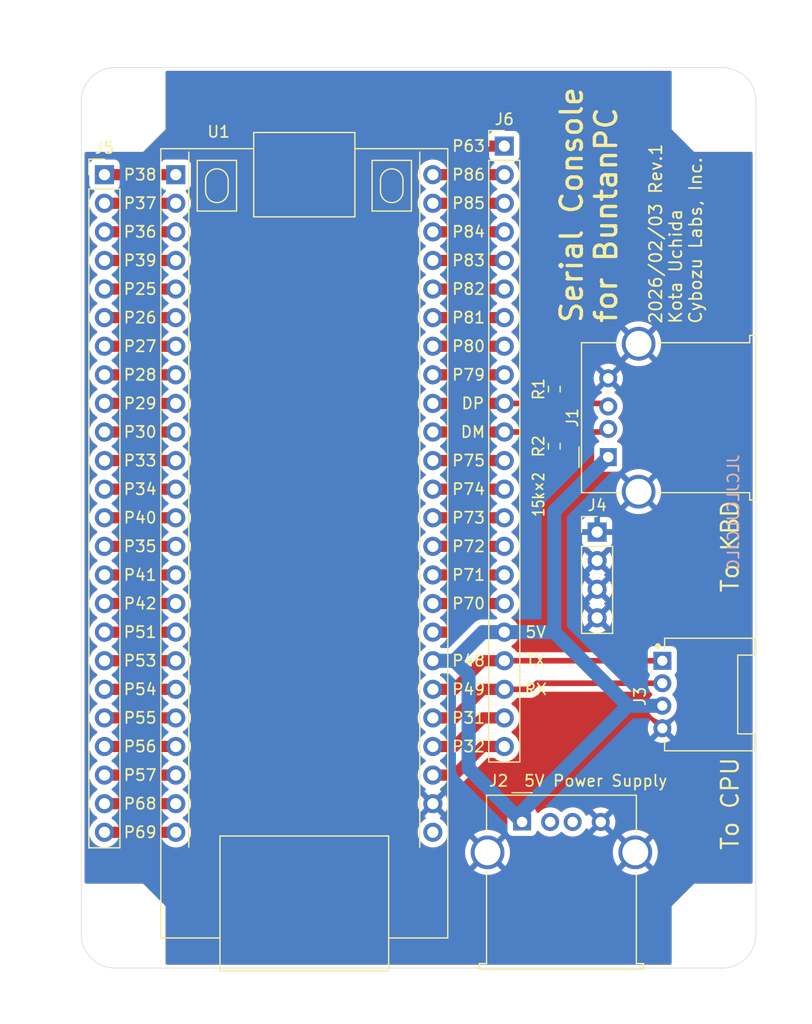
<source format=kicad_pcb>
(kicad_pcb (version 20241229) (generator "pcbnew") (generator_version "9.0")
  (layers (0 "F.Cu" signal) (2 "B.Cu" signal) (13 "F.Paste" user) (15 "B.Paste" user) (5 "F.SilkS" user "F.Silkscreen") (7 "B.SilkS" user "B.Silkscreen") (1 "F.Mask" user) (3 "B.Mask" user) (25 "Edge.Cuts" user))
  (net 0 "")
  (net 1 "GND")
  (net 2 "Net-(J1-D+)")
  (net 3 "Net-(J1-D-)")
  (net 4 "+5V")
  (net 7 "/uart3b_rx")
  (net 8 "/uart3b_tx")
  (net 9 "Net-(J5-Pin_3)")
  (net 10 "/scl")
  (net 11 "Net-(J5-Pin_17)")
  (net 12 "Net-(J5-Pin_8)")
  (net 13 "/uart2_tx")
  (net 14 "Net-(J5-Pin_10)")
  (net 15 "Net-(J5-Pin_23)")
  (net 16 "/uart2_rx")
  (net 17 "Net-(J5-Pin_20)")
  (net 18 "Net-(J5-Pin_9)")
  (net 19 "Net-(J5-Pin_12)")
  (net 20 "Net-(J5-Pin_22)")
  (net 21 "/uart_tx")
  (net 22 "Net-(J5-Pin_2)")
  (net 23 "Net-(J5-Pin_11)")
  (net 24 "Net-(J5-Pin_6)")
  (net 25 "Net-(J5-Pin_1)")
  (net 26 "Net-(J5-Pin_7)")
  (net 27 "Net-(J5-Pin_24)")
  (net 28 "Net-(J5-Pin_5)")
  (net 29 "Net-(J5-Pin_21)")
  (net 30 "/sda")
  (net 31 "/uart_rx")
  (net 32 "Net-(J5-Pin_4)")
  (net 33 "Net-(J6-Pin_8)")
  (net 34 "Net-(J6-Pin_16)")
  (net 35 "Net-(J6-Pin_13)")
  (net 36 "Net-(J6-Pin_9)")
  (net 37 "Net-(J6-Pin_4)")
  (net 38 "Net-(J6-Pin_15)")
  (net 39 "Net-(J6-Pin_1)")
  (net 40 "Net-(J6-Pin_5)")
  (net 41 "Net-(J6-Pin_6)")
  (net 42 "Net-(J6-Pin_21)")
  (net 43 "Net-(J6-Pin_3)")
  (net 44 "Net-(J6-Pin_2)")
  (net 45 "Net-(J6-Pin_12)")
  (net 46 "Net-(J6-Pin_14)")
  (net 47 "Net-(J6-Pin_7)")
  (net 48 "Net-(J6-Pin_17)")
  (net 49 "Net-(J6-Pin_22)")
  (footprint "Connector_PinHeader_2.54mm:PinHeader_1x04_P2.54mm_Vertical" (layer "F.Cu") (at 95.875 91.27)
    (property "Reference" "J4" (at 0 -2.38 0) (layer "F.SilkS"))
    (property "Value" "Conn_01x04")
    (fp_line (start -1.38 -1.38) (end 0 -1.38) (stroke (width 0.12)) (layer "F.SilkS"))
    (fp_line (start -1.38 0) (end -1.38 -1.38) (stroke (width 0.12)) (layer "F.SilkS"))
    (fp_line (start -1.38 1.27) (end -1.38 9) (stroke (width 0.12)) (layer "F.SilkS"))
    (fp_line (start -1.38 1.27) (end 1.38 1.27) (stroke (width 0.12)) (layer "F.SilkS"))
    (fp_line (start -1.38 9) (end 1.38 9) (stroke (width 0.12)) (layer "F.SilkS"))
    (fp_line (start 1.38 1.27) (end 1.38 9) (stroke (width 0.12)) (layer "F.SilkS"))
    (pad "1" thru_hole rect (at 0 0) (size 1.7 1.7) (drill 1) (layers "*.Cu" "*.Mask") (net 1 "GND"))
    (pad "2" thru_hole circle (at 0 2.54) (size 1.7 1.7) (drill 1) (layers "*.Cu" "*.Mask") (net 1 "GND"))
    (pad "3" thru_hole circle (at 0 5.08) (size 1.7 1.7) (drill 1) (layers "*.Cu" "*.Mask") (net 1 "GND"))
    (pad "4" thru_hole circle (at 0 7.62) (size 1.7 1.7) (drill 1) (layers "*.Cu" "*.Mask") (net 1 "GND"))
  )
  (footprint "uchan:USB_A_Neltron_5075AR-04" (layer "F.Cu") (at 89.2 117.025)
    (property "Reference" "J2" (at -2.088 -3.657 0) (layer "F.SilkS"))
    (property "Value" "5075AR-04-WH")
    (fp_line (start -3.81 12.58) (end -3.81 13.1) (stroke (width 0.12)) (layer "F.SilkS"))
    (fp_line (start -3.81 13.1) (end 10.81 13.1) (stroke (width 0.12)) (layer "F.SilkS"))
    (fp_line (start -3.16 -2.38) (end -3.16 0.95) (stroke (width 0.12)) (layer "F.SilkS"))
    (fp_line (start -3.16 -2.38) (end 10.16 -2.38) (stroke (width 0.12)) (layer "F.SilkS"))
    (fp_line (start -3.16 12.58) (end -3.81 12.58) (stroke (width 0.12)) (layer "F.SilkS"))
    (fp_line (start -3.16 12.58) (end -3.16 4.47) (stroke (width 0.12)) (layer "F.SilkS"))
    (fp_line (start -0.9 -2.6) (end 0.9 -2.6) (stroke (width 0.12)) (layer "F.SilkS"))
    (fp_line (start 10.16 -2.38) (end 10.16 0.95) (stroke (width 0.12)) (layer "F.SilkS"))
    (fp_line (start 10.16 4.47) (end 10.16 12.58) (stroke (width 0.12)) (layer "F.SilkS"))
    (fp_line (start 10.81 12.58) (end 10.16 12.58) (stroke (width 0.12)) (layer "F.SilkS"))
    (fp_line (start 10.81 13.1) (end 10.81 12.58) (stroke (width 0.12)) (layer "F.SilkS"))
    (pad "1" thru_hole rect (at 0 0) (size 1.6 1.5) (drill 0.93) (layers "*.Cu" "*.Mask") (net 4 "+5V"))
    (pad "2" thru_hole circle (at 2.5 0) (size 1.6 1.6) (drill 0.93) (layers "*.Cu" "*.Mask"))
    (pad "3" thru_hole circle (at 4.5 0) (size 1.6 1.6) (drill 0.93) (layers "*.Cu" "*.Mask"))
    (pad "4" thru_hole circle (at 7 0) (size 1.6 1.6) (drill 0.93) (layers "*.Cu" "*.Mask") (net 1 "GND"))
    (pad "5" thru_hole circle (at -3.07 2.7) (size 3 3) (drill 2.3) (layers "*.Cu" "*.Mask") (net 1 "GND"))
    (pad "5" thru_hole circle (at 10.07 2.7) (size 3 3) (drill 2.3) (layers "*.Cu" "*.Mask") (net 1 "GND"))
  )
  (footprint "MountingHole:MountingHole_3.2mm_M3" (layer "F.Cu") (at 106 126)
    (property "Reference" "H4" (hide yes))
    (property "Value" "MountingHole")
    (pad "" np_thru_hole circle (at 0 0) (size 3.2 3.2) (drill 3.2) (layers "*.Cu" "*.Mask"))
  )
  (footprint "uchan:DIP-48_Tang-Nano-9K" (layer "F.Cu") (at 58.405 59.52)
    (property "Reference" "U1" (at 3.81 -3.81 0) (layer "F.SilkS"))
    (property "Value" "Tang_nano_9K")
    (fp_line (start -1.33 -2.31) (end -1.33 67.81) (stroke (width 0.12)) (layer "F.SilkS"))
    (fp_line (start -1.33 67.81) (end 3.93 67.81) (stroke (width 0.12)) (layer "F.SilkS"))
    (fp_line (start 1.16 -2) (end 1.16 59.75) (stroke (width 0.12)) (layer "F.SilkS"))
    (fp_line (start 1.905 -1.27) (end 1.905 3.23) (stroke (width 0.12)) (layer "F.SilkS"))
    (fp_line (start 1.905 3.23) (end 5.405 3.23) (stroke (width 0.12)) (layer "F.SilkS"))
    (fp_line (start 2.655 1.48) (end 2.655 0.48) (stroke (width 0.12)) (layer "F.SilkS"))
    (fp_line (start 3.93 58.75) (end 18.93 58.75) (stroke (width 0.12)) (layer "F.SilkS"))
    (fp_line (start 3.93 70.75) (end 3.93 58.75) (stroke (width 0.12)) (layer "F.SilkS"))
    (fp_line (start 4.655 0.48) (end 4.655 1.48) (stroke (width 0.12)) (layer "F.SilkS"))
    (fp_line (start 5.405 -1.27) (end 1.905 -1.27) (stroke (width 0.12)) (layer "F.SilkS"))
    (fp_line (start 5.405 3.23) (end 5.405 -1.27) (stroke (width 0.12)) (layer "F.SilkS"))
    (fp_line (start 6.93 -3.75) (end 6.93 3.75) (stroke (width 0.12)) (layer "F.SilkS"))
    (fp_line (start 6.93 -2.31) (end -1.33 -2.31) (stroke (width 0.12)) (layer "F.SilkS"))
    (fp_line (start 6.93 3.75) (end 15.93 3.75) (stroke (width 0.12)) (layer "F.SilkS"))
    (fp_line (start 15.93 -3.75) (end 6.93 -3.75) (stroke (width 0.12)) (layer "F.SilkS"))
    (fp_line (start 15.93 3.75) (end 15.93 -3.75) (stroke (width 0.12)) (layer "F.SilkS"))
    (fp_line (start 17.455 -1.27) (end 17.455 3.23) (stroke (width 0.12)) (layer "F.SilkS"))
    (fp_line (start 17.455 3.23) (end 20.955 3.23) (stroke (width 0.12)) (layer "F.SilkS"))
    (fp_line (start 18.205 1.48) (end 18.205 0.48) (stroke (width 0.12)) (layer "F.SilkS"))
    (fp_line (start 18.93 58.75) (end 18.93 70.75) (stroke (width 0.12)) (layer "F.SilkS"))
    (fp_line (start 18.93 67.81) (end 24.19 67.81) (stroke (width 0.12)) (layer "F.SilkS"))
    (fp_line (start 18.93 70.75) (end 3.93 70.75) (stroke (width 0.12)) (layer "F.SilkS"))
    (fp_line (start 20.205 0.48) (end 20.205 1.48) (stroke (width 0.12)) (layer "F.SilkS"))
    (fp_line (start 20.955 -1.27) (end 17.455 -1.27) (stroke (width 0.12)) (layer "F.SilkS"))
    (fp_line (start 20.955 3.23) (end 20.955 -1.27) (stroke (width 0.12)) (layer "F.SilkS"))
    (fp_line (start 21.7 59.75) (end 21.7 -2) (stroke (width 0.12)) (layer "F.SilkS"))
    (fp_line (start 24.19 -2.31) (end 15.93 -2.31) (stroke (width 0.12)) (layer "F.SilkS"))
    (fp_line (start 24.19 67.81) (end 24.19 -2.31) (stroke (width 0.12)) (layer "F.SilkS"))
    (fp_arc (start 2.655 0.48) (mid 3.655 -0.52) (end 4.655 0.48) (stroke (width 0.12)) (layer "F.SilkS"))
    (fp_arc (start 4.655 1.48) (mid 3.655 2.48) (end 2.655 1.48) (stroke (width 0.12)) (layer "F.SilkS"))
    (fp_arc (start 18.205 0.48) (mid 19.205 -0.52) (end 20.205 0.48) (stroke (width 0.12)) (layer "F.SilkS"))
    (fp_arc (start 20.205 1.48) (mid 19.205 2.48) (end 18.205 1.48) (stroke (width 0.12)) (layer "F.SilkS"))
    (pad "1" thru_hole rect (at 0 0) (size 1.7 1.7) (drill 1) (layers "*.Cu" "*.Mask") (net 25 "Net-(J5-Pin_1)"))
    (pad "2" thru_hole circle (at 0 2.54) (size 1.7 1.7) (drill 1) (layers "*.Cu" "*.Mask") (net 22 "Net-(J5-Pin_2)"))
    (pad "3" thru_hole circle (at 0 5.08) (size 1.7 1.7) (drill 1) (layers "*.Cu" "*.Mask") (net 9 "Net-(J5-Pin_3)"))
    (pad "4" thru_hole circle (at 0 7.62) (size 1.7 1.7) (drill 1) (layers "*.Cu" "*.Mask") (net 32 "Net-(J5-Pin_4)"))
    (pad "5" thru_hole circle (at 0 10.16) (size 1.7 1.7) (drill 1) (layers "*.Cu" "*.Mask") (net 28 "Net-(J5-Pin_5)"))
    (pad "6" thru_hole circle (at 0 12.7) (size 1.7 1.7) (drill 1) (layers "*.Cu" "*.Mask") (net 24 "Net-(J5-Pin_6)"))
    (pad "7" thru_hole circle (at 0 15.24) (size 1.7 1.7) (drill 1) (layers "*.Cu" "*.Mask") (net 26 "Net-(J5-Pin_7)"))
    (pad "8" thru_hole circle (at 0 17.78) (size 1.7 1.7) (drill 1) (layers "*.Cu" "*.Mask") (net 12 "Net-(J5-Pin_8)"))
    (pad "9" thru_hole circle (at 0 20.32) (size 1.7 1.7) (drill 1) (layers "*.Cu" "*.Mask") (net 18 "Net-(J5-Pin_9)"))
    (pad "10" thru_hole circle (at 0 22.86) (size 1.7 1.7) (drill 1) (layers "*.Cu" "*.Mask") (net 14 "Net-(J5-Pin_10)"))
    (pad "11" thru_hole circle (at 0 25.4) (size 1.7 1.7) (drill 1) (layers "*.Cu" "*.Mask") (net 23 "Net-(J5-Pin_11)"))
    (pad "12" thru_hole circle (at 0 27.94) (size 1.7 1.7) (drill 1) (layers "*.Cu" "*.Mask") (net 19 "Net-(J5-Pin_12)"))
    (pad "13" thru_hole circle (at 0 30.48) (size 1.7 1.7) (drill 1) (layers "*.Cu" "*.Mask") (net 10 "/scl"))
    (pad "14" thru_hole circle (at 0 33.02) (size 1.7 1.7) (drill 1) (layers "*.Cu" "*.Mask") (net 30 "/sda"))
    (pad "15" thru_hole circle (at 0 35.56) (size 1.7 1.7) (drill 1) (layers "*.Cu" "*.Mask") (net 13 "/uart2_tx"))
    (pad "16" thru_hole circle (at 0 38.1) (size 1.7 1.7) (drill 1) (layers "*.Cu" "*.Mask") (net 16 "/uart2_rx"))
    (pad "17" thru_hole circle (at 0 40.64) (size 1.7 1.7) (drill 1) (layers "*.Cu" "*.Mask") (net 11 "Net-(J5-Pin_17)"))
    (pad "18" thru_hole circle (at 0 43.18) (size 1.7 1.7) (drill 1) (layers "*.Cu" "*.Mask") (net 21 "/uart_tx"))
    (pad "19" thru_hole circle (at 0 45.72) (size 1.7 1.7) (drill 1) (layers "*.Cu" "*.Mask") (net 31 "/uart_rx"))
    (pad "20" thru_hole circle (at 0 48.26) (size 1.7 1.7) (drill 1) (layers "*.Cu" "*.Mask") (net 17 "Net-(J5-Pin_20)"))
    (pad "21" thru_hole circle (at 0 50.8) (size 1.7 1.7) (drill 1) (layers "*.Cu" "*.Mask") (net 29 "Net-(J5-Pin_21)"))
    (pad "22" thru_hole circle (at 0 53.34) (size 1.7 1.7) (drill 1) (layers "*.Cu" "*.Mask") (net 20 "Net-(J5-Pin_22)"))
    (pad "23" thru_hole circle (at 0 55.88) (size 1.7 1.7) (drill 1) (layers "*.Cu" "*.Mask") (net 15 "Net-(J5-Pin_23)"))
    (pad "24" thru_hole circle (at 0 58.42) (size 1.7 1.7) (drill 1) (layers "*.Cu" "*.Mask") (net 27 "Net-(J5-Pin_24)"))
    (pad "25" thru_hole circle (at 22.86 58.42) (size 1.7 1.7) (drill 1) (layers "*.Cu" "*.Mask"))
    (pad "26" thru_hole circle (at 22.86 55.88) (size 1.7 1.7) (drill 1) (layers "*.Cu" "*.Mask") (net 1 "GND"))
    (pad "27" thru_hole circle (at 22.86 53.34) (size 1.7 1.7) (drill 1) (layers "*.Cu" "*.Mask") (net 49 "Net-(J6-Pin_22)"))
    (pad "28" thru_hole circle (at 22.86 50.8) (size 1.7 1.7) (drill 1) (layers "*.Cu" "*.Mask") (net 42 "Net-(J6-Pin_21)"))
    (pad "29" thru_hole circle (at 22.86 48.26) (size 1.7 1.7) (drill 1) (layers "*.Cu" "*.Mask") (net 7 "/uart3b_rx"))
    (pad "30" thru_hole circle (at 22.86 45.72) (size 1.7 1.7) (drill 1) (layers "*.Cu" "*.Mask") (net 8 "/uart3b_tx"))
    (pad "31" thru_hole circle (at 22.86 43.18) (size 1.7 1.7) (drill 1) (layers "*.Cu" "*.Mask") (net 4 "+5V"))
    (pad "32" thru_hole circle (at 22.86 40.64) (size 1.7 1.7) (drill 1) (layers "*.Cu" "*.Mask") (net 48 "Net-(J6-Pin_17)"))
    (pad "33" thru_hole circle (at 22.86 38.1) (size 1.7 1.7) (drill 1) (layers "*.Cu" "*.Mask") (net 34 "Net-(J6-Pin_16)"))
    (pad "34" thru_hole circle (at 22.86 35.56) (size 1.7 1.7) (drill 1) (layers "*.Cu" "*.Mask") (net 38 "Net-(J6-Pin_15)"))
    (pad "35" thru_hole circle (at 22.86 33.02) (size 1.7 1.7) (drill 1) (layers "*.Cu" "*.Mask") (net 46 "Net-(J6-Pin_14)"))
    (pad "36" thru_hole circle (at 22.86 30.48) (size 1.7 1.7) (drill 1) (layers "*.Cu" "*.Mask") (net 35 "Net-(J6-Pin_13)"))
    (pad "37" thru_hole circle (at 22.86 27.94) (size 1.7 1.7) (drill 1) (layers "*.Cu" "*.Mask") (net 45 "Net-(J6-Pin_12)"))
    (pad "38" thru_hole circle (at 22.86 25.4) (size 1.7 1.7) (drill 1) (layers "*.Cu" "*.Mask") (net 3 "Net-(J1-D-)"))
    (pad "39" thru_hole circle (at 22.86 22.86) (size 1.7 1.7) (drill 1) (layers "*.Cu" "*.Mask") (net 2 "Net-(J1-D+)"))
    (pad "40" thru_hole circle (at 22.86 20.32) (size 1.7 1.7) (drill 1) (layers "*.Cu" "*.Mask") (net 36 "Net-(J6-Pin_9)"))
    (pad "41" thru_hole circle (at 22.86 17.78) (size 1.7 1.7) (drill 1) (layers "*.Cu" "*.Mask") (net 33 "Net-(J6-Pin_8)"))
    (pad "42" thru_hole circle (at 22.86 15.24) (size 1.7 1.7) (drill 1) (layers "*.Cu" "*.Mask") (net 47 "Net-(J6-Pin_7)"))
    (pad "43" thru_hole circle (at 22.86 12.7) (size 1.7 1.7) (drill 1) (layers "*.Cu" "*.Mask") (net 41 "Net-(J6-Pin_6)"))
    (pad "44" thru_hole circle (at 22.86 10.16) (size 1.7 1.7) (drill 1) (layers "*.Cu" "*.Mask") (net 40 "Net-(J6-Pin_5)"))
    (pad "45" thru_hole circle (at 22.86 7.62) (size 1.7 1.7) (drill 1) (layers "*.Cu" "*.Mask") (net 37 "Net-(J6-Pin_4)"))
    (pad "46" thru_hole circle (at 22.86 5.08) (size 1.7 1.7) (drill 1) (layers "*.Cu" "*.Mask") (net 43 "Net-(J6-Pin_3)"))
    (pad "47" thru_hole circle (at 22.86 2.54) (size 1.7 1.7) (drill 1) (layers "*.Cu" "*.Mask") (net 44 "Net-(J6-Pin_2)"))
    (pad "48" thru_hole circle (at 22.86 0) (size 1.7 1.7) (drill 1) (layers "*.Cu" "*.Mask") (net 39 "Net-(J6-Pin_1)"))
  )
  (footprint "MountingHole:MountingHole_3.2mm_M3" (layer "F.Cu") (at 106 54)
    (property "Reference" "H3" (hide yes))
    (property "Value" "MountingHole")
    (pad "" np_thru_hole circle (at 0 0) (size 3.2 3.2) (drill 3.2) (layers "*.Cu" "*.Mask"))
  )
  (footprint "Connector_PinHeader_2.54mm:PinHeader_1x22_P2.54mm_Vertical" (layer "F.Cu") (at 87.62 56.98)
    (property "Reference" "J6" (at 0 -2.38 0) (layer "F.SilkS"))
    (property "Value" "Conn_01x22")
    (fp_line (start -1.38 -1.38) (end 0 -1.38) (stroke (width 0.12)) (layer "F.SilkS"))
    (fp_line (start -1.38 0) (end -1.38 -1.38) (stroke (width 0.12)) (layer "F.SilkS"))
    (fp_line (start -1.38 1.27) (end -1.38 54.72) (stroke (width 0.12)) (layer "F.SilkS"))
    (fp_line (start -1.38 1.27) (end 1.38 1.27) (stroke (width 0.12)) (layer "F.SilkS"))
    (fp_line (start -1.38 54.72) (end 1.38 54.72) (stroke (width 0.12)) (layer "F.SilkS"))
    (fp_line (start 1.38 1.27) (end 1.38 54.72) (stroke (width 0.12)) (layer "F.SilkS"))
    (pad "1" thru_hole rect (at 0 0) (size 1.7 1.7) (drill 1) (layers "*.Cu" "*.Mask") (net 39 "Net-(J6-Pin_1)"))
    (pad "2" thru_hole circle (at 0 2.54) (size 1.7 1.7) (drill 1) (layers "*.Cu" "*.Mask") (net 44 "Net-(J6-Pin_2)"))
    (pad "3" thru_hole circle (at 0 5.08) (size 1.7 1.7) (drill 1) (layers "*.Cu" "*.Mask") (net 43 "Net-(J6-Pin_3)"))
    (pad "4" thru_hole circle (at 0 7.62) (size 1.7 1.7) (drill 1) (layers "*.Cu" "*.Mask") (net 37 "Net-(J6-Pin_4)"))
    (pad "5" thru_hole circle (at 0 10.16) (size 1.7 1.7) (drill 1) (layers "*.Cu" "*.Mask") (net 40 "Net-(J6-Pin_5)"))
    (pad "6" thru_hole circle (at 0 12.7) (size 1.7 1.7) (drill 1) (layers "*.Cu" "*.Mask") (net 41 "Net-(J6-Pin_6)"))
    (pad "7" thru_hole circle (at 0 15.24) (size 1.7 1.7) (drill 1) (layers "*.Cu" "*.Mask") (net 47 "Net-(J6-Pin_7)"))
    (pad "8" thru_hole circle (at 0 17.78) (size 1.7 1.7) (drill 1) (layers "*.Cu" "*.Mask") (net 33 "Net-(J6-Pin_8)"))
    (pad "9" thru_hole circle (at 0 20.32) (size 1.7 1.7) (drill 1) (layers "*.Cu" "*.Mask") (net 36 "Net-(J6-Pin_9)"))
    (pad "10" thru_hole circle (at 0 22.86) (size 1.7 1.7) (drill 1) (layers "*.Cu" "*.Mask") (net 2 "Net-(J1-D+)"))
    (pad "11" thru_hole circle (at 0 25.4) (size 1.7 1.7) (drill 1) (layers "*.Cu" "*.Mask") (net 3 "Net-(J1-D-)"))
    (pad "12" thru_hole circle (at 0 27.94) (size 1.7 1.7) (drill 1) (layers "*.Cu" "*.Mask") (net 45 "Net-(J6-Pin_12)"))
    (pad "13" thru_hole circle (at 0 30.48) (size 1.7 1.7) (drill 1) (layers "*.Cu" "*.Mask") (net 35 "Net-(J6-Pin_13)"))
    (pad "14" thru_hole circle (at 0 33.02) (size 1.7 1.7) (drill 1) (layers "*.Cu" "*.Mask") (net 46 "Net-(J6-Pin_14)"))
    (pad "15" thru_hole circle (at 0 35.56) (size 1.7 1.7) (drill 1) (layers "*.Cu" "*.Mask") (net 38 "Net-(J6-Pin_15)"))
    (pad "16" thru_hole circle (at 0 38.1) (size 1.7 1.7) (drill 1) (layers "*.Cu" "*.Mask") (net 34 "Net-(J6-Pin_16)"))
    (pad "17" thru_hole circle (at 0 40.64) (size 1.7 1.7) (drill 1) (layers "*.Cu" "*.Mask") (net 48 "Net-(J6-Pin_17)"))
    (pad "18" thru_hole circle (at 0 43.18) (size 1.7 1.7) (drill 1) (layers "*.Cu" "*.Mask") (net 4 "+5V"))
    (pad "19" thru_hole circle (at 0 45.72) (size 1.7 1.7) (drill 1) (layers "*.Cu" "*.Mask") (net 8 "/uart3b_tx"))
    (pad "20" thru_hole circle (at 0 48.26) (size 1.7 1.7) (drill 1) (layers "*.Cu" "*.Mask") (net 7 "/uart3b_rx"))
    (pad "21" thru_hole circle (at 0 50.8) (size 1.7 1.7) (drill 1) (layers "*.Cu" "*.Mask") (net 42 "Net-(J6-Pin_21)"))
    (pad "22" thru_hole circle (at 0 53.34) (size 1.7 1.7) (drill 1) (layers "*.Cu" "*.Mask") (net 49 "Net-(J6-Pin_22)"))
  )
  (footprint "Resistor_SMD:R_0603_1608Metric_Pad0.98x0.95mm_HandSolder" (layer "F.Cu") (at 92.065 83.65 -90)
    (property "Reference" "R2" (at 0 1.397 90) (layer "F.SilkS"))
    (property "Value" "15k")
    (fp_line (start -0.254724 0.5225) (end 0.254724 0.5225) (stroke (width 0.12)) (layer "F.SilkS"))
    (fp_line (start -0.254724 -0.5225) (end 0.254724 -0.5225) (stroke (width 0.12)) (layer "F.SilkS"))
    (pad "1" smd roundrect (at -0.9125 0 270) (size 0.975 0.95) (layers "F.Cu" "F.Mask" "F.Paste") (net 3 "Net-(J1-D-)"))
    (pad "2" smd roundrect (at 0.9125 0 270) (size 0.975 0.95) (layers "F.Cu" "F.Mask" "F.Paste") (net 1 "GND"))
  )
  (footprint "uchan:USB_A_Neltron_5075AR-04" (layer "F.Cu") (at 96.865 84.61 90)
    (property "Reference" "J1" (at 3.5 -3.19 90) (layer "F.SilkS"))
    (property "Value" "5075AR-04-WH")
    (fp_line (start -0.9 -2.6) (end 0.9 -2.6) (stroke (width 0.12)) (layer "F.SilkS"))
    (fp_line (start 10.16 -2.38) (end 10.16 0.95) (stroke (width 0.12)) (layer "F.SilkS"))
    (fp_line (start -3.16 -2.38) (end 10.16 -2.38) (stroke (width 0.12)) (layer "F.SilkS"))
    (fp_line (start -3.16 -2.38) (end -3.16 0.95) (stroke (width 0.12)) (layer "F.SilkS"))
    (fp_line (start 10.16 4.47) (end 10.16 12.58) (stroke (width 0.12)) (layer "F.SilkS"))
    (fp_line (start 10.81 12.58) (end 10.16 12.58) (stroke (width 0.12)) (layer "F.SilkS"))
    (fp_line (start -3.16 12.58) (end -3.16 4.47) (stroke (width 0.12)) (layer "F.SilkS"))
    (fp_line (start -3.16 12.58) (end -3.81 12.58) (stroke (width 0.12)) (layer "F.SilkS"))
    (fp_line (start -3.81 12.58) (end -3.81 13.1) (stroke (width 0.12)) (layer "F.SilkS"))
    (fp_line (start 10.81 13.1) (end 10.81 12.58) (stroke (width 0.12)) (layer "F.SilkS"))
    (fp_line (start -3.81 13.1) (end 10.81 13.1) (stroke (width 0.12)) (layer "F.SilkS"))
    (pad "1" thru_hole rect (at 0 0 90) (size 1.6 1.5) (drill 0.93) (layers "*.Cu" "*.Mask") (net 4 "+5V"))
    (pad "2" thru_hole circle (at 2.5 0 90) (size 1.6 1.6) (drill 0.93) (layers "*.Cu" "*.Mask") (net 3 "Net-(J1-D-)"))
    (pad "3" thru_hole circle (at 4.5 0 90) (size 1.6 1.6) (drill 0.93) (layers "*.Cu" "*.Mask") (net 2 "Net-(J1-D+)"))
    (pad "4" thru_hole circle (at 7 0 90) (size 1.6 1.6) (drill 0.93) (layers "*.Cu" "*.Mask") (net 1 "GND"))
    (pad "5" thru_hole circle (at -3.07 2.7 90) (size 3 3) (drill 2.3) (layers "*.Cu" "*.Mask") (net 1 "GND"))
    (pad "5" thru_hole circle (at 10.07 2.7 90) (size 3 3) (drill 2.3) (layers "*.Cu" "*.Mask") (net 1 "GND"))
  )
  (footprint "uchan:Grove_1x04_P2mm_THT_Horizontal" (layer "F.Cu") (at 101.6775 102.7 -90)
    (property "Reference" "J3" (at 3.175 1.9925 90) (layer "F.SilkS"))
    (property "Value" "Conn_Grove_Dev")
    (fp_line (start -1.1 -0.2) (end -2 -0.2) (stroke (width 0.12)) (layer "F.SilkS"))
    (fp_line (start 8 -0.2) (end 7.1 -0.2) (stroke (width 0.12)) (layer "F.SilkS"))
    (fp_line (start 8 -0.2) (end 8 -8.2) (stroke (width 0.12)) (layer "F.SilkS"))
    (fp_line (start -0.5 -6.7) (end -0.5 -8.2) (stroke (width 0.12)) (layer "F.SilkS"))
    (fp_line (start 6.5 -6.7) (end -0.5 -6.7) (stroke (width 0.12)) (layer "F.SilkS"))
    (fp_line (start -2 -8.2) (end -2 -0.2) (stroke (width 0.12)) (layer "F.SilkS"))
    (fp_line (start -0.5 -8.2) (end -2 -8.2) (stroke (width 0.12)) (layer "F.SilkS"))
    (fp_line (start 6.5 -8.2) (end 6.5 -6.7) (stroke (width 0.12)) (layer "F.SilkS"))
    (fp_line (start 8 -8.2) (end 6.5 -8.2) (stroke (width 0.12)) (layer "F.SilkS"))
    (fp_circle (center -1.3 0.4) (end -1.3 0.6) (stroke (width 0.12)) (fill yes) (layer "F.SilkS"))
    (pad "1" thru_hole rect (at 0 0 180) (size 1.6 1.6) (drill 0.9) (layers "*.Cu" "*.Mask") (net 8 "/uart3b_tx"))
    (pad "2" thru_hole circle (at 2 0 180) (size 1.6 1.6) (drill 0.9) (layers "*.Cu" "*.Mask") (net 7 "/uart3b_rx"))
    (pad "3" thru_hole circle (at 4 0 180) (size 1.6 1.6) (drill 0.9) (layers "*.Cu" "*.Mask") (net 4 "+5V"))
    (pad "4" thru_hole circle (at 6 0 180) (size 1.6 1.6) (drill 0.9) (layers "*.Cu" "*.Mask") (net 1 "GND"))
  )
  (footprint "MountingHole:MountingHole_3.2mm_M3" (layer "F.Cu") (at 54 126)
    (property "Reference" "H2" (hide yes))
    (property "Value" "MountingHole")
    (pad "" np_thru_hole circle (at 0 0) (size 3.2 3.2) (drill 3.2) (layers "*.Cu" "*.Mask"))
  )
  (footprint "Resistor_SMD:R_0603_1608Metric_Pad0.98x0.95mm_HandSolder" (layer "F.Cu") (at 92.065 78.57 90)
    (property "Reference" "R1" (at 0 -1.397 90) (layer "F.SilkS"))
    (property "Value" "15k")
    (fp_line (start -0.254724 -0.5225) (end 0.254724 -0.5225) (stroke (width 0.12)) (layer "F.SilkS"))
    (fp_line (start -0.254724 0.5225) (end 0.254724 0.5225) (stroke (width 0.12)) (layer "F.SilkS"))
    (pad "1" smd roundrect (at -0.9125 0 90) (size 0.975 0.95) (layers "F.Cu" "F.Mask" "F.Paste") (net 2 "Net-(J1-D+)"))
    (pad "2" smd roundrect (at 0.9125 0 90) (size 0.975 0.95) (layers "F.Cu" "F.Mask" "F.Paste") (net 1 "GND"))
  )
  (footprint "Connector_PinHeader_2.54mm:PinHeader_1x24_P2.54mm_Vertical" (layer "F.Cu") (at 52.06 59.52)
    (property "Reference" "J5" (at 0 -2.38 0) (layer "F.SilkS"))
    (property "Value" "Conn_01x24")
    (fp_line (start -1.38 -1.38) (end 0 -1.38) (stroke (width 0.12)) (layer "F.SilkS"))
    (fp_line (start -1.38 0) (end -1.38 -1.38) (stroke (width 0.12)) (layer "F.SilkS"))
    (fp_line (start -1.38 1.27) (end -1.38 59.8) (stroke (width 0.12)) (layer "F.SilkS"))
    (fp_line (start -1.38 1.27) (end 1.38 1.27) (stroke (width 0.12)) (layer "F.SilkS"))
    (fp_line (start -1.38 59.8) (end 1.38 59.8) (stroke (width 0.12)) (layer "F.SilkS"))
    (fp_line (start 1.38 1.27) (end 1.38 59.8) (stroke (width 0.12)) (layer "F.SilkS"))
    (pad "1" thru_hole rect (at 0 0) (size 1.7 1.7) (drill 1) (layers "*.Cu" "*.Mask") (net 25 "Net-(J5-Pin_1)"))
    (pad "2" thru_hole circle (at 0 2.54) (size 1.7 1.7) (drill 1) (layers "*.Cu" "*.Mask") (net 22 "Net-(J5-Pin_2)"))
    (pad "3" thru_hole circle (at 0 5.08) (size 1.7 1.7) (drill 1) (layers "*.Cu" "*.Mask") (net 9 "Net-(J5-Pin_3)"))
    (pad "4" thru_hole circle (at 0 7.62) (size 1.7 1.7) (drill 1) (layers "*.Cu" "*.Mask") (net 32 "Net-(J5-Pin_4)"))
    (pad "5" thru_hole circle (at 0 10.16) (size 1.7 1.7) (drill 1) (layers "*.Cu" "*.Mask") (net 28 "Net-(J5-Pin_5)"))
    (pad "6" thru_hole circle (at 0 12.7) (size 1.7 1.7) (drill 1) (layers "*.Cu" "*.Mask") (net 24 "Net-(J5-Pin_6)"))
    (pad "7" thru_hole circle (at 0 15.24) (size 1.7 1.7) (drill 1) (layers "*.Cu" "*.Mask") (net 26 "Net-(J5-Pin_7)"))
    (pad "8" thru_hole circle (at 0 17.78) (size 1.7 1.7) (drill 1) (layers "*.Cu" "*.Mask") (net 12 "Net-(J5-Pin_8)"))
    (pad "9" thru_hole circle (at 0 20.32) (size 1.7 1.7) (drill 1) (layers "*.Cu" "*.Mask") (net 18 "Net-(J5-Pin_9)"))
    (pad "10" thru_hole circle (at 0 22.86) (size 1.7 1.7) (drill 1) (layers "*.Cu" "*.Mask") (net 14 "Net-(J5-Pin_10)"))
    (pad "11" thru_hole circle (at 0 25.4) (size 1.7 1.7) (drill 1) (layers "*.Cu" "*.Mask") (net 23 "Net-(J5-Pin_11)"))
    (pad "12" thru_hole circle (at 0 27.94) (size 1.7 1.7) (drill 1) (layers "*.Cu" "*.Mask") (net 19 "Net-(J5-Pin_12)"))
    (pad "13" thru_hole circle (at 0 30.48) (size 1.7 1.7) (drill 1) (layers "*.Cu" "*.Mask") (net 10 "/scl"))
    (pad "14" thru_hole circle (at 0 33.02) (size 1.7 1.7) (drill 1) (layers "*.Cu" "*.Mask") (net 30 "/sda"))
    (pad "15" thru_hole circle (at 0 35.56) (size 1.7 1.7) (drill 1) (layers "*.Cu" "*.Mask") (net 13 "/uart2_tx"))
    (pad "16" thru_hole circle (at 0 38.1) (size 1.7 1.7) (drill 1) (layers "*.Cu" "*.Mask") (net 16 "/uart2_rx"))
    (pad "17" thru_hole circle (at 0 40.64) (size 1.7 1.7) (drill 1) (layers "*.Cu" "*.Mask") (net 11 "Net-(J5-Pin_17)"))
    (pad "18" thru_hole circle (at 0 43.18) (size 1.7 1.7) (drill 1) (layers "*.Cu" "*.Mask") (net 21 "/uart_tx"))
    (pad "19" thru_hole circle (at 0 45.72) (size 1.7 1.7) (drill 1) (layers "*.Cu" "*.Mask") (net 31 "/uart_rx"))
    (pad "20" thru_hole circle (at 0 48.26) (size 1.7 1.7) (drill 1) (layers "*.Cu" "*.Mask") (net 17 "Net-(J5-Pin_20)"))
    (pad "21" thru_hole circle (at 0 50.8) (size 1.7 1.7) (drill 1) (layers "*.Cu" "*.Mask") (net 29 "Net-(J5-Pin_21)"))
    (pad "22" thru_hole circle (at 0 53.34) (size 1.7 1.7) (drill 1) (layers "*.Cu" "*.Mask") (net 20 "Net-(J5-Pin_22)"))
    (pad "23" thru_hole circle (at 0 55.88) (size 1.7 1.7) (drill 1) (layers "*.Cu" "*.Mask") (net 15 "Net-(J5-Pin_23)"))
    (pad "24" thru_hole circle (at 0 58.42) (size 1.7 1.7) (drill 1) (layers "*.Cu" "*.Mask") (net 27 "Net-(J5-Pin_24)"))
  )
  (footprint "MountingHole:MountingHole_3.2mm_M3" (layer "F.Cu") (at 54 54)
    (property "Reference" "H1" (hide yes))
    (property "Value" "MountingHole")
    (pad "" np_thru_hole circle (at 0 0) (size 3.2 3.2) (drill 3.2) (layers "*.Cu" "*.Mask"))
  )
  (gr_arc (start 107 50) (mid 109.12132 50.87868) (end 110 53) (stroke (width 0.05)) (layer "Edge.Cuts"))
  (gr_line (start 107 130) (end 53 130) (stroke (width 0.05)) (layer "Edge.Cuts"))
  (gr_line (start 50 127) (end 50 53) (stroke (width 0.05)) (layer "Edge.Cuts"))
  (gr_line (start 53 50) (end 107 50) (stroke (width 0.05)) (layer "Edge.Cuts"))
  (gr_line (start 110 53) (end 110 127) (stroke (width 0.05)) (layer "Edge.Cuts"))
  (gr_arc (start 50 53) (mid 50.87868 50.87868) (end 53 50) (stroke (width 0.05)) (layer "Edge.Cuts"))
  (gr_arc (start 110 127) (mid 109.12132 129.12132) (end 107 130) (stroke (width 0.05)) (layer "Edge.Cuts"))
  (gr_arc (start 53 130) (mid 50.87868 129.12132) (end 50 127) (stroke (width 0.05)) (layer "Edge.Cuts"))
  (gr_text "P75" (at 84.445 84.92 0) (layer "F.SilkS") (effects (font (size 1 1))))
  (gr_text "DP" (at 84.826 79.84 0) (layer "F.SilkS") (effects (font (size 1 1))))
  (gr_text "P38" (at 55.235 59.52 0) (layer "F.SilkS") (effects (font (size 1 1))))
  (gr_text "P53" (at 55.235 102.7 0) (layer "F.SilkS") (effects (font (size 1 1))))
  (gr_text "P31" (at 84.445 107.78 0) (layer "F.SilkS") (effects (font (size 1 1))))
  (gr_text "P39" (at 55.235 67.14 0) (layer "F.SilkS") (effects (font (size 1 1))))
  (gr_text "P40" (at 55.235 90 0) (layer "F.SilkS") (effects (font (size 1 1))))
  (gr_text "5V Power Supply" (at 95.748 113.368 0) (layer "F.SilkS") (effects (font (size 1 1))))
  (gr_text "P35" (at 55.235 92.54 0) (layer "F.SilkS") (effects (font (size 1 1))))
  (gr_text "P68" (at 55.235 115.4 0) (layer "F.SilkS") (effects (font (size 1 1))))
  (gr_text "P34" (at 55.235 87.46 0) (layer "F.SilkS") (effects (font (size 1 1))))
  (gr_text "TX" (at 90.414 102.7 0) (layer "F.SilkS") (effects (font (size 1 1))))
  (gr_text "P74" (at 84.445 87.46 0) (layer "F.SilkS") (effects (font (size 1 1))))
  (gr_text "P28" (at 55.235 77.3 0) (layer "F.SilkS") (effects (font (size 1 1))))
  (gr_text "P73" (at 84.445 90 0) (layer "F.SilkS") (effects (font (size 1 1))))
  (gr_text "P82" (at 84.445 69.68 0) (layer "F.SilkS") (effects (font (size 1 1))))
  (gr_text "DM" (at 84.826 82.38 0) (layer "F.SilkS") (effects (font (size 1 1))))
  (gr_text "P57" (at 55.235 112.86 0) (layer "F.SilkS") (effects (font (size 1 1))))
  (gr_text "RX" (at 90.414 105.24 0) (layer "F.SilkS") (effects (font (size 1 1))))
  (gr_text "P69" (at 55.235 117.94 0) (layer "F.SilkS") (effects (font (size 1 1))))
  (gr_text "P84" (at 84.445 64.6 0) (layer "F.SilkS") (effects (font (size 1 1))))
  (gr_text "P33" (at 55.235 84.92 0) (layer "F.SilkS") (effects (font (size 1 1))))
  (gr_text "P36" (at 55.235 64.6 0) (layer "F.SilkS") (effects (font (size 1 1))))
  (gr_text "P27" (at 55.235 74.76 0) (layer "F.SilkS") (effects (font (size 1 1))))
  (gr_text "P29" (at 55.235 79.84 0) (layer "F.SilkS") (effects (font (size 1 1))))
  (gr_text "5V" (at 90.414 100.16 0) (layer "F.SilkS") (effects (font (size 1 1))))
  (gr_text "P51" (at 55.235 100.16 0) (layer "F.SilkS") (effects (font (size 1 1))))
  (gr_text "P55" (at 55.235 107.78 0) (layer "F.SilkS") (effects (font (size 1 1))))
  (gr_text "P49" (at 84.445 105.24 0) (layer "F.SilkS") (effects (font (size 1 1))))
  (gr_text "P41" (at 55.235 95.08 0) (layer "F.SilkS") (effects (font (size 1 1))))
  (gr_text "P79" (at 84.445 77.3 0) (layer "F.SilkS") (effects (font (size 1 1))))
  (gr_text "To KBD" (at 108.575 92.54 90) (layer "F.SilkS") (effects (font (size 1.5 1.5) (thickness 0.2)) (justify bottom)))
  (gr_text "P63" (at 84.445 56.98 0) (layer "F.SilkS") (effects (font (size 1 1))))
  (gr_text "P70" (at 84.445 97.62 0) (layer "F.SilkS") (effects (font (size 1 1))))
  (gr_text "P81" (at 84.445 72.22 0) (layer "F.SilkS") (effects (font (size 1 1))))
  (gr_text "P42" (at 55.235 97.62 0) (layer "F.SilkS") (effects (font (size 1 1))))
  (gr_text "P48" (at 84.445 102.7 0) (layer "F.SilkS") (effects (font (size 1 1))))
  (gr_text "P54" (at 55.235 105.24 0) (layer "F.SilkS") (effects (font (size 1 1))))
  (gr_text "Serial Console\nfor BuntanPC" (at 97.78 72.855 90) (layer "F.SilkS") (effects (font (size 1.9 1.9) (thickness 0.3)) (justify left bottom)))
  (gr_text "P26" (at 55.235 72.22 0) (layer "F.SilkS") (effects (font (size 1 1))))
  (gr_text "P72" (at 84.445 92.54 0) (layer "F.SilkS") (effects (font (size 1 1))))
  (gr_text "P25" (at 55.235 69.68 0) (layer "F.SilkS") (effects (font (size 1 1))))
  (gr_text "P56" (at 55.235 110.32 0) (layer "F.SilkS") (effects (font (size 1 1))))
  (gr_text "P37" (at 55.235 62.06 0) (layer "F.SilkS") (effects (font (size 1 1))))
  (gr_text "P83" (at 84.445 67.14 0) (layer "F.SilkS") (effects (font (size 1 1))))
  (gr_text "P32" (at 84.445 110.32 0) (layer "F.SilkS") (effects (font (size 1 1))))
  (gr_text "P80" (at 84.445 74.76 0) (layer "F.SilkS") (effects (font (size 1 1))))
  (gr_text "P85" (at 84.445 62.06 0) (layer "F.SilkS") (effects (font (size 1 1))))
  (gr_text "P30" (at 55.235 82.38 0) (layer "F.SilkS") (effects (font (size 1 1))))
  (gr_text "P86" (at 84.445 59.52 0) (layer "F.SilkS") (effects (font (size 1 1))))
  (gr_text "2026/02/03 Rev.1\nKota Uchida\nCybozu Labs, Inc." (at 102.86 72.855 90) (layer "F.SilkS") (effects (font (size 1.1 1.1) (thickness 0.16)) (justify left)))
  (gr_text "P71" (at 84.445 95.08 0) (layer "F.SilkS") (effects (font (size 1 1))))
  (gr_text "15k×2" (at 90.668 90 90) (layer "F.SilkS") (effects (font (size 1 0.8)) (justify left)))
  (gr_text "To CPU" (at 108.575 115.4 90) (layer "F.SilkS") (effects (font (size 1.5 1.5) (thickness 0.2)) (justify bottom)))
  (gr_text "JLCJLCJLCJLC" (at 108.575 84.285 90) (layer "B.SilkS") (effects (font (size 1 1)) (justify left bottom mirror)))
  (segment (start 81.265 82.38) (end 83.175 82.38) (width 1) (layer "F.Cu") (net 2))
  (segment (start 96.595 79.84) (end 96.865 80.11) (width 0.5) (layer "F.Cu") (net 2))
  (segment (start 85.715 79.84) (end 87.62 79.84) (width 1) (layer "F.Cu") (net 2))
  (segment (start 83.175 82.38) (end 85.715 79.84) (width 1) (layer "F.Cu") (net 2))
  (segment (start 87.62 79.84) (end 96.595 79.84) (width 0.5) (layer "F.Cu") (net 2))
  (segment (start 85.715 82.38) (end 87.62 82.38) (width 1) (layer "F.Cu") (net 3))
  (segment (start 81.265 84.92) (end 83.175 84.92) (width 1) (layer "F.Cu") (net 3))
  (segment (start 96.595 82.38) (end 96.865 82.11) (width 0.5) (layer "F.Cu") (net 3))
  (segment (start 87.62 82.38) (end 96.595 82.38) (width 0.5) (layer "F.Cu") (net 3))
  (segment (start 83.175 84.92) (end 85.715 82.38) (width 1) (layer "F.Cu") (net 3))
  (segment (start 101.6775 106.7) (end 98.605 106.7) (width 1.25) (layer "B.Cu") (net 4))
  (segment (start 89.2 117.025) (end 89.2 116.105) (width 1.25) (layer "B.Cu") (net 4))
  (segment (start 89.2 117.025) (end 84.445 112.27) (width 1.25) (layer "B.Cu") (net 4))
  (segment (start 96.865 84.61) (end 92.065 89.41) (width 1.25) (layer "B.Cu") (net 4))
  (segment (start 98.605 106.7) (end 92.065 100.16) (width 1.25) (layer "B.Cu") (net 4))
  (segment (start 83.175 102.7) (end 81.265 102.7) (width 1.25) (layer "B.Cu") (net 4))
  (segment (start 84.445 112.27) (end 84.445 103.97) (width 1.25) (layer "B.Cu") (net 4))
  (segment (start 89.2 116.105) (end 98.605 106.7) (width 1.25) (layer "B.Cu") (net 4))
  (segment (start 85.715 100.16) (end 87.62 100.16) (width 1.25) (layer "B.Cu") (net 4))
  (segment (start 84.445 103.97) (end 83.175 102.7) (width 1.25) (layer "B.Cu") (net 4))
  (segment (start 81.265 102.7) (end 83.175 102.7) (width 1.25) (layer "B.Cu") (net 4))
  (segment (start 92.065 100.16) (end 87.62 100.16) (width 1.25) (layer "B.Cu") (net 4))
  (segment (start 83.175 102.7) (end 85.715 100.16) (width 1.25) (layer "B.Cu") (net 4))
  (segment (start 92.065 89.41) (end 92.065 100.16) (width 1.25) (layer "B.Cu") (net 4))
  (segment (start 89.9695 105.24) (end 87.62 105.24) (width 0.5) (layer "F.Cu") (net 7))
  (segment (start 85.715 105.24) (end 87.62 105.24) (width 1) (layer "F.Cu") (net 7))
  (segment (start 101.6775 104.7) (end 90.5095 104.7) (width 0.5) (layer "F.Cu") (net 7))
  (segment (start 90.5095 104.7) (end 89.9695 105.24) (width 0.5) (layer "F.Cu") (net 7))
  (segment (start 83.175 107.78) (end 85.715 105.24) (width 1) (layer "F.Cu") (net 7))
  (segment (start 81.265 107.78) (end 83.175 107.78) (width 1) (layer "F.Cu") (net 7))
  (segment (start 81.265 105.24) (end 83.175 105.24) (width 1) (layer "F.Cu") (net 8))
  (segment (start 83.175 105.24) (end 85.715 102.7) (width 1) (layer "F.Cu") (net 8))
  (segment (start 85.715 102.7) (end 87.62 102.7) (width 1) (layer "F.Cu") (net 8))
  (segment (start 101.6775 102.7) (end 87.62 102.7) (width 0.5) (layer "F.Cu") (net 8))
  (segment (start 52.06 64.6) (end 58.405 64.6) (width 1) (layer "F.Cu") (net 9))
  (segment (start 52.06 90) (end 58.405 90) (width 1) (layer "F.Cu") (net 10))
  (segment (start 52.0625 100.16) (end 58.4075 100.16) (width 1) (layer "F.Cu") (net 11))
  (segment (start 52.06 77.3) (end 58.405 77.3) (width 1) (layer "F.Cu") (net 12))
  (segment (start 52.06 95.08) (end 58.405 95.08) (width 1) (layer "F.Cu") (net 13))
  (segment (start 52.06 82.38) (end 58.405 82.38) (width 1) (layer "F.Cu") (net 14))
  (segment (start 52.0625 115.4) (end 58.4075 115.4) (width 1) (layer "F.Cu") (net 15))
  (segment (start 52.06 97.62) (end 58.405 97.62) (width 1) (layer "F.Cu") (net 16))
  (segment (start 52.0625 107.78) (end 58.4075 107.78) (width 1) (layer "F.Cu") (net 17))
  (segment (start 52.06 79.84) (end 58.405 79.84) (width 1) (layer "F.Cu") (net 18))
  (segment (start 52.06 87.46) (end 58.405 87.46) (width 1) (layer "F.Cu") (net 19))
  (segment (start 52.0625 112.86) (end 58.4075 112.86) (width 1) (layer "F.Cu") (net 20))
  (segment (start 52.0625 102.7) (end 58.4075 102.7) (width 1) (layer "F.Cu") (net 21))
  (segment (start 52.06 62.06) (end 58.405 62.06) (width 1) (layer "F.Cu") (net 22))
  (segment (start 52.06 84.92) (end 58.405 84.92) (width 1) (layer "F.Cu") (net 23))
  (segment (start 52.06 72.22) (end 58.405 72.22) (width 1) (layer "F.Cu") (net 24))
  (segment (start 52.06 59.52) (end 58.405 59.52) (width 1) (layer "F.Cu") (net 25))
  (segment (start 52.06 74.76) (end 58.405 74.76) (width 1) (layer "F.Cu") (net 26))
  (segment (start 52.0625 117.94) (end 58.4075 117.94) (width 1) (layer "F.Cu") (net 27))
  (segment (start 52.06 69.68) (end 58.405 69.68) (width 1) (layer "F.Cu") (net 28))
  (segment (start 52.0625 110.32) (end 58.4075 110.32) (width 1) (layer "F.Cu") (net 29))
  (segment (start 52.06 92.54) (end 58.405 92.54) (width 1) (layer "F.Cu") (net 30))
  (segment (start 52.0625 105.24) (end 58.4075 105.24) (width 1) (layer "F.Cu") (net 31))
  (segment (start 52.06 67.14) (end 58.405 67.14) (width 1) (layer "F.Cu") (net 32))
  (segment (start 81.265 77.3) (end 83.175 77.3) (width 1) (layer "F.Cu") (net 33))
  (segment (start 85.715 74.76) (end 87.62 74.76) (width 1) (layer "F.Cu") (net 33))
  (segment (start 83.175 77.3) (end 85.715 74.76) (width 1) (layer "F.Cu") (net 33))
  (segment (start 81.265 97.62) (end 83.175 97.62) (width 1) (layer "F.Cu") (net 34))
  (segment (start 85.715 95.08) (end 87.62 95.08) (width 1) (layer "F.Cu") (net 34))
  (segment (start 83.175 97.62) (end 85.715 95.08) (width 1) (layer "F.Cu") (net 34))
  (segment (start 81.265 90) (end 83.175 90) (width 1) (layer "F.Cu") (net 35))
  (segment (start 83.175 90) (end 85.715 87.46) (width 1) (layer "F.Cu") (net 35))
  (segment (start 85.715 87.46) (end 87.62 87.46) (width 1) (layer "F.Cu") (net 35))
  (segment (start 85.715 77.3) (end 87.62 77.3) (width 1) (layer "F.Cu") (net 36))
  (segment (start 81.265 79.84) (end 83.175 79.84) (width 1) (layer "F.Cu") (net 36))
  (segment (start 83.175 79.84) (end 85.715 77.3) (width 1) (layer "F.Cu") (net 36))
  (segment (start 83.175 67.14) (end 85.715 64.6) (width 1) (layer "F.Cu") (net 37))
  (segment (start 81.265 67.14) (end 83.175 67.14) (width 1) (layer "F.Cu") (net 37))
  (segment (start 85.715 64.6) (end 87.62 64.6) (width 1) (layer "F.Cu") (net 37))
  (segment (start 81.265 95.08) (end 83.175 95.08) (width 1) (layer "F.Cu") (net 38))
  (segment (start 85.715 92.54) (end 87.62 92.54) (width 1) (layer "F.Cu") (net 38))
  (segment (start 83.175 95.08) (end 85.715 92.54) (width 1) (layer "F.Cu") (net 38))
  (segment (start 81.265 59.52) (end 83.175 59.52) (width 1) (layer "F.Cu") (net 39))
  (segment (start 83.175 59.52) (end 85.715 56.98) (width 1) (layer "F.Cu") (net 39))
  (segment (start 85.715 56.98) (end 87.62 56.98) (width 1) (layer "F.Cu") (net 39))
  (segment (start 85.715 67.14) (end 87.62 67.14) (width 1) (layer "F.Cu") (net 40))
  (segment (start 83.175 69.68) (end 85.715 67.14) (width 1) (layer "F.Cu") (net 40))
  (segment (start 81.265 69.68) (end 83.175 69.68) (width 1) (layer "F.Cu") (net 40))
  (segment (start 85.715 69.68) (end 87.62 69.68) (width 1) (layer "F.Cu") (net 41))
  (segment (start 81.265 72.22) (end 83.175 72.22) (width 1) (layer "F.Cu") (net 41))
  (segment (start 83.175 72.22) (end 85.715 69.68) (width 1) (layer "F.Cu") (net 41))
  (segment (start 83.175 110.32) (end 85.715 107.78) (width 1) (layer "F.Cu") (net 42))
  (segment (start 85.715 107.78) (end 87.62 107.78) (width 1) (layer "F.Cu") (net 42))
  (segment (start 81.265 110.32) (end 83.175 110.32) (width 1) (layer "F.Cu") (net 42))
  (segment (start 81.265 64.6) (end 83.175 64.6) (width 1) (layer "F.Cu") (net 43))
  (segment (start 85.715 62.06) (end 87.62 62.06) (width 1) (layer "F.Cu") (net 43))
  (segment (start 83.175 64.6) (end 85.715 62.06) (width 1) (layer "F.Cu") (net 43))
  (segment (start 81.265 62.06) (end 83.175 62.06) (width 1) (layer "F.Cu") (net 44))
  (segment (start 85.715 59.52) (end 87.62 59.52) (width 1) (layer "F.Cu") (net 44))
  (segment (start 83.175 62.06) (end 85.715 59.52) (width 1) (layer "F.Cu") (net 44))
  (segment (start 83.175 87.46) (end 85.715 84.92) (width 1) (layer "F.Cu") (net 45))
  (segment (start 81.265 87.46) (end 83.175 87.46) (width 1) (layer "F.Cu") (net 45))
  (segment (start 85.715 84.92) (end 87.62 84.92) (width 1) (layer "F.Cu") (net 45))
  (segment (start 85.715 90) (end 87.62 90) (width 1) (layer "F.Cu") (net 46))
  (segment (start 83.175 92.54) (end 85.715 90) (width 1) (layer "F.Cu") (net 46))
  (segment (start 81.265 92.54) (end 83.175 92.54) (width 1) (layer "F.Cu") (net 46))
  (segment (start 85.715 72.22) (end 87.62 72.22) (width 1) (layer "F.Cu") (net 47))
  (segment (start 83.175 74.76) (end 85.715 72.22) (width 1) (layer "F.Cu") (net 47))
  (segment (start 81.265 74.76) (end 83.175 74.76) (width 1) (layer "F.Cu") (net 47))
  (segment (start 85.715 97.62) (end 87.62 97.62) (width 1) (layer "F.Cu") (net 48))
  (segment (start 83.175 100.16) (end 85.715 97.62) (width 1) (layer "F.Cu") (net 48))
  (segment (start 81.265 100.16) (end 83.175 100.16) (width 1) (layer "F.Cu") (net 48))
  (segment (start 81.265 112.86) (end 83.175 112.86) (width 1) (layer "F.Cu") (net 49))
  (segment (start 83.175 112.86) (end 85.715 110.32) (width 1) (layer "F.Cu") (net 49))
  (segment (start 85.715 110.32) (end 87.62 110.32) (width 1) (layer "F.Cu") (net 49))
  (zone (net 0) (net_name "") (layers "F.Cu" "B.Cu") (connect_pads (clearance 0)) (min_thickness 0.25)
    (keepout (tracks allowed) (vias allowed) (pads allowed) (copperpour not_allowed) (footprints allowed))
    (fill (thermal_gap 0.5) (thermal_bridge_width 0.5))
    (polygon (pts (xy 50 122.5) (xy 55.5 122.5) (xy 57.5 124.5) (xy 57.5 130) (xy 50 130)))
  )
  (zone (net 1) (net_name "GND") (layers "F.Cu" "B.Cu") (connect_pads (clearance 0.5)) (min_thickness 0.25) (fill yes (thermal_gap 0.5) (thermal_bridge_width 0.5))
    (polygon (pts (xy 45 45) (xy 45 135) (xy 115 135) (xy 115 45)))
  )
  (zone (net 0) (net_name "") (layers "F.Cu" "B.Cu") (connect_pads (clearance 0)) (min_thickness 0.25)
    (keepout (tracks allowed) (vias allowed) (pads allowed) (copperpour not_allowed) (footprints allowed))
    (fill (thermal_gap 0.5) (thermal_bridge_width 0.5))
    (polygon (pts (xy 102.5 130) (xy 102.5 124.5) (xy 104.5 122.5) (xy 110 122.5) (xy 110 130)))
  )
  (zone (net 0) (net_name "") (layers "F.Cu" "B.Cu") (connect_pads (clearance 0)) (min_thickness 0.25)
    (keepout (tracks allowed) (vias allowed) (pads allowed) (copperpour not_allowed) (footprints allowed))
    (fill (thermal_gap 0.5) (thermal_bridge_width 0.5))
    (polygon (pts (xy 110 57.5) (xy 104.5 57.5) (xy 102.5 55.5) (xy 102.5 50) (xy 110 50)))
  )
  (zone (net 0) (net_name "") (layers "F.Cu" "B.Cu") (connect_pads (clearance 0)) (min_thickness 0.25)
    (keepout (tracks allowed) (vias allowed) (pads allowed) (copperpour not_allowed) (footprints allowed))
    (fill (thermal_gap 0.5) (thermal_bridge_width 0.5))
    (polygon (pts (xy 57.5 50) (xy 57.5 55.5) (xy 55.5 57.5) (xy 50 57.5) (xy 50 50)))
  )
)
</source>
